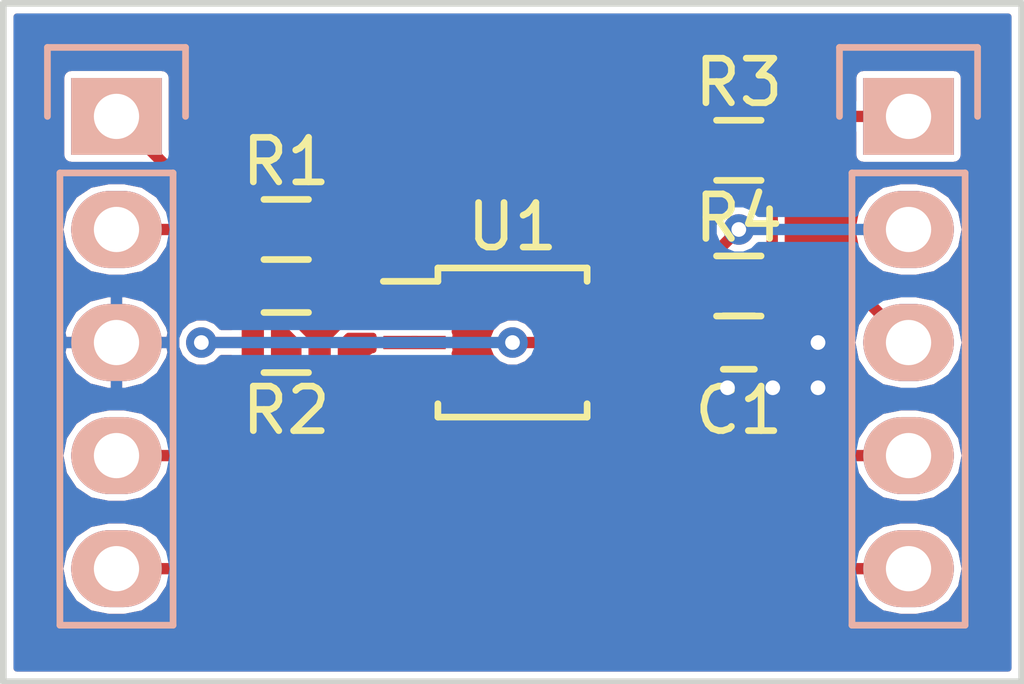
<source format=kicad_pcb>
(kicad_pcb (version 4) (host pcbnew 4.0.2-stable)

  (general
    (links 23)
    (no_connects 0)
    (area 133.369267 106.8526 161.270734 125.805001)
    (thickness 1.6)
    (drawings 4)
    (tracks 45)
    (zones 0)
    (modules 12)
    (nets 12)
  )

  (page A4)
  (title_block
    (title "ADS1015 Breakout Board")
    (date 2016-08-07)
    (rev 1)
  )

  (layers
    (0 F.Cu signal)
    (31 B.Cu signal)
    (34 B.Paste user)
    (35 F.Paste user)
    (36 B.SilkS user)
    (37 F.SilkS user)
    (38 B.Mask user)
    (39 F.Mask user)
    (44 Edge.Cuts user)
  )

  (setup
    (last_trace_width 0.1524)
    (user_trace_width 0.254)
    (user_trace_width 0.508)
    (trace_clearance 0.1524)
    (zone_clearance 0.1524)
    (zone_45_only no)
    (trace_min 0.1524)
    (segment_width 0.2)
    (edge_width 0.15)
    (via_size 0.6858)
    (via_drill 0.3302)
    (via_min_size 0.6858)
    (via_min_drill 0.3302)
    (uvia_size 0.6858)
    (uvia_drill 0.3302)
    (uvias_allowed no)
    (uvia_min_size 0)
    (uvia_min_drill 0)
    (pcb_text_width 0.3)
    (pcb_text_size 1.5 1.5)
    (mod_edge_width 0.15)
    (mod_text_size 1 1)
    (mod_text_width 0.15)
    (pad_size 0.6858 0.6858)
    (pad_drill 0.3302)
    (pad_to_mask_clearance 0.2)
    (aux_axis_origin 0 0)
    (visible_elements 7FFCFFFF)
    (pcbplotparams
      (layerselection 0x010fc_80000001)
      (usegerberextensions true)
      (excludeedgelayer true)
      (linewidth 0.100000)
      (plotframeref false)
      (viasonmask false)
      (mode 1)
      (useauxorigin false)
      (hpglpennumber 1)
      (hpglpenspeed 20)
      (hpglpendiameter 15)
      (hpglpenoverlay 2)
      (psnegative false)
      (psa4output false)
      (plotreference true)
      (plotvalue true)
      (plotinvisibletext false)
      (padsonsilk false)
      (subtractmaskfromsilk false)
      (outputformat 1)
      (mirror false)
      (drillshape 0)
      (scaleselection 1)
      (outputdirectory gerbers))
  )

  (net 0 "")
  (net 1 VDD)
  (net 2 GND)
  (net 3 /ADDR)
  (net 4 /ALERT)
  (net 5 /AIN0)
  (net 6 /AIN1)
  (net 7 /SCL)
  (net 8 /SDA)
  (net 9 /AIN3)
  (net 10 /AIN2)
  (net 11 "Net-(R1-Pad2)")

  (net_class Default "This is the default net class."
    (clearance 0.1524)
    (trace_width 0.1524)
    (via_dia 0.6858)
    (via_drill 0.3302)
    (uvia_dia 0.6858)
    (uvia_drill 0.3302)
    (add_net /ADDR)
    (add_net /AIN0)
    (add_net /AIN1)
    (add_net /AIN2)
    (add_net /AIN3)
    (add_net /ALERT)
    (add_net /SCL)
    (add_net /SDA)
    (add_net GND)
    (add_net "Net-(R1-Pad2)")
    (add_net VDD)
  )

  (module ADS1015_breakout:Via-27mil (layer F.Cu) (tedit 57A7D745) (tstamp 57A7D79E)
    (at 152.146 119.126)
    (fp_text reference REF** (at 0 1.27) (layer F.SilkS) hide
      (effects (font (size 1 1) (thickness 0.15)))
    )
    (fp_text value Via-27mil (at 0 -1.27) (layer F.Fab) hide
      (effects (font (size 1 1) (thickness 0.15)))
    )
    (pad 1 thru_hole circle (at 0 0) (size 0.6858 0.6858) (drill 0.3302) (layers *.Cu)
      (net 2 GND) (zone_connect 2))
  )

  (module Capacitors_SMD:C_0603 (layer F.Cu) (tedit 57A7C7A4) (tstamp 57AB7138)
    (at 152.4 118.11)
    (descr "Capacitor SMD 0603, reflow soldering, AVX (see smccp.pdf)")
    (tags "capacitor 0603")
    (path /57A6F199)
    (attr smd)
    (fp_text reference C1 (at 0 1.524) (layer F.SilkS)
      (effects (font (size 1 1) (thickness 0.15)))
    )
    (fp_text value 0.1u (at 0 1.9) (layer F.Fab)
      (effects (font (size 1 1) (thickness 0.15)))
    )
    (fp_line (start -1.45 -0.75) (end 1.45 -0.75) (layer F.CrtYd) (width 0.05))
    (fp_line (start -1.45 0.75) (end 1.45 0.75) (layer F.CrtYd) (width 0.05))
    (fp_line (start -1.45 -0.75) (end -1.45 0.75) (layer F.CrtYd) (width 0.05))
    (fp_line (start 1.45 -0.75) (end 1.45 0.75) (layer F.CrtYd) (width 0.05))
    (fp_line (start -0.35 -0.6) (end 0.35 -0.6) (layer F.SilkS) (width 0.15))
    (fp_line (start 0.35 0.6) (end -0.35 0.6) (layer F.SilkS) (width 0.15))
    (pad 1 smd rect (at -0.75 0) (size 0.8 0.75) (layers F.Cu F.Paste F.Mask)
      (net 1 VDD))
    (pad 2 smd rect (at 0.75 0) (size 0.8 0.75) (layers F.Cu F.Paste F.Mask)
      (net 2 GND))
    (model Capacitors_SMD.3dshapes/C_0603.wrl
      (at (xyz 0 0 0))
      (scale (xyz 1 1 1))
      (rotate (xyz 0 0 0))
    )
  )

  (module Pin_Headers:Pin_Header_Straight_1x05 (layer B.Cu) (tedit 57A7BD29) (tstamp 57AB714C)
    (at 138.43 113.03 180)
    (descr "Through hole pin header")
    (tags "pin header")
    (path /57A704AA)
    (fp_text reference P1 (at 0 5.1 180) (layer B.SilkS) hide
      (effects (font (size 1 1) (thickness 0.15)) (justify mirror))
    )
    (fp_text value CONN_01X05 (at 0 3.1 180) (layer B.Fab) hide
      (effects (font (size 1 1) (thickness 0.15)) (justify mirror))
    )
    (fp_line (start -1.55 0) (end -1.55 1.55) (layer B.SilkS) (width 0.15))
    (fp_line (start -1.55 1.55) (end 1.55 1.55) (layer B.SilkS) (width 0.15))
    (fp_line (start 1.55 1.55) (end 1.55 0) (layer B.SilkS) (width 0.15))
    (fp_line (start -1.75 1.75) (end -1.75 -11.95) (layer B.CrtYd) (width 0.05))
    (fp_line (start 1.75 1.75) (end 1.75 -11.95) (layer B.CrtYd) (width 0.05))
    (fp_line (start -1.75 1.75) (end 1.75 1.75) (layer B.CrtYd) (width 0.05))
    (fp_line (start -1.75 -11.95) (end 1.75 -11.95) (layer B.CrtYd) (width 0.05))
    (fp_line (start 1.27 -1.27) (end 1.27 -11.43) (layer B.SilkS) (width 0.15))
    (fp_line (start 1.27 -11.43) (end -1.27 -11.43) (layer B.SilkS) (width 0.15))
    (fp_line (start -1.27 -11.43) (end -1.27 -1.27) (layer B.SilkS) (width 0.15))
    (fp_line (start 1.27 -1.27) (end -1.27 -1.27) (layer B.SilkS) (width 0.15))
    (pad 1 thru_hole rect (at 0 0 180) (size 2.032 1.7272) (drill 1.016) (layers *.Cu *.Mask B.SilkS)
      (net 3 /ADDR))
    (pad 2 thru_hole oval (at 0 -2.54 180) (size 2.032 1.7272) (drill 1.016) (layers *.Cu *.Mask B.SilkS)
      (net 4 /ALERT))
    (pad 3 thru_hole oval (at 0 -5.08 180) (size 2.032 1.7272) (drill 1.016) (layers *.Cu *.Mask B.SilkS)
      (net 2 GND))
    (pad 4 thru_hole oval (at 0 -7.62 180) (size 2.032 1.7272) (drill 1.016) (layers *.Cu *.Mask B.SilkS)
      (net 5 /AIN0))
    (pad 5 thru_hole oval (at 0 -10.16 180) (size 2.032 1.7272) (drill 1.016) (layers *.Cu *.Mask B.SilkS)
      (net 6 /AIN1))
    (model Pin_Headers.3dshapes/Pin_Header_Straight_1x05.wrl
      (at (xyz 0 -0.2 0))
      (scale (xyz 1 1 1))
      (rotate (xyz 0 0 90))
    )
  )

  (module Pin_Headers:Pin_Header_Straight_1x05 (layer B.Cu) (tedit 57A7BD2B) (tstamp 57AB7160)
    (at 156.21 113.03 180)
    (descr "Through hole pin header")
    (tags "pin header")
    (path /57A70409)
    (fp_text reference P2 (at 0 5.1 180) (layer B.SilkS) hide
      (effects (font (size 1 1) (thickness 0.15)) (justify mirror))
    )
    (fp_text value CONN_01X05 (at 0 3.1 180) (layer B.Fab) hide
      (effects (font (size 1 1) (thickness 0.15)) (justify mirror))
    )
    (fp_line (start -1.55 0) (end -1.55 1.55) (layer B.SilkS) (width 0.15))
    (fp_line (start -1.55 1.55) (end 1.55 1.55) (layer B.SilkS) (width 0.15))
    (fp_line (start 1.55 1.55) (end 1.55 0) (layer B.SilkS) (width 0.15))
    (fp_line (start -1.75 1.75) (end -1.75 -11.95) (layer B.CrtYd) (width 0.05))
    (fp_line (start 1.75 1.75) (end 1.75 -11.95) (layer B.CrtYd) (width 0.05))
    (fp_line (start -1.75 1.75) (end 1.75 1.75) (layer B.CrtYd) (width 0.05))
    (fp_line (start -1.75 -11.95) (end 1.75 -11.95) (layer B.CrtYd) (width 0.05))
    (fp_line (start 1.27 -1.27) (end 1.27 -11.43) (layer B.SilkS) (width 0.15))
    (fp_line (start 1.27 -11.43) (end -1.27 -11.43) (layer B.SilkS) (width 0.15))
    (fp_line (start -1.27 -11.43) (end -1.27 -1.27) (layer B.SilkS) (width 0.15))
    (fp_line (start 1.27 -1.27) (end -1.27 -1.27) (layer B.SilkS) (width 0.15))
    (pad 1 thru_hole rect (at 0 0 180) (size 2.032 1.7272) (drill 1.016) (layers *.Cu *.Mask B.SilkS)
      (net 7 /SCL))
    (pad 2 thru_hole oval (at 0 -2.54 180) (size 2.032 1.7272) (drill 1.016) (layers *.Cu *.Mask B.SilkS)
      (net 8 /SDA))
    (pad 3 thru_hole oval (at 0 -5.08 180) (size 2.032 1.7272) (drill 1.016) (layers *.Cu *.Mask B.SilkS)
      (net 1 VDD))
    (pad 4 thru_hole oval (at 0 -7.62 180) (size 2.032 1.7272) (drill 1.016) (layers *.Cu *.Mask B.SilkS)
      (net 9 /AIN3))
    (pad 5 thru_hole oval (at 0 -10.16 180) (size 2.032 1.7272) (drill 1.016) (layers *.Cu *.Mask B.SilkS)
      (net 10 /AIN2))
    (model Pin_Headers.3dshapes/Pin_Header_Straight_1x05.wrl
      (at (xyz 0 -0.2 0))
      (scale (xyz 1 1 1))
      (rotate (xyz 0 0 90))
    )
  )

  (module Resistors_SMD:R_0603 (layer F.Cu) (tedit 57A7C74D) (tstamp 57AB716C)
    (at 142.24 115.57)
    (descr "Resistor SMD 0603, reflow soldering, Vishay (see dcrcw.pdf)")
    (tags "resistor 0603")
    (path /57A6E7A8)
    (attr smd)
    (fp_text reference R1 (at 0 -1.524) (layer F.SilkS)
      (effects (font (size 1 1) (thickness 0.15)))
    )
    (fp_text value 1k (at 0 1.9) (layer F.Fab)
      (effects (font (size 1 1) (thickness 0.15)))
    )
    (fp_line (start -1.3 -0.8) (end 1.3 -0.8) (layer F.CrtYd) (width 0.05))
    (fp_line (start -1.3 0.8) (end 1.3 0.8) (layer F.CrtYd) (width 0.05))
    (fp_line (start -1.3 -0.8) (end -1.3 0.8) (layer F.CrtYd) (width 0.05))
    (fp_line (start 1.3 -0.8) (end 1.3 0.8) (layer F.CrtYd) (width 0.05))
    (fp_line (start 0.5 0.675) (end -0.5 0.675) (layer F.SilkS) (width 0.15))
    (fp_line (start -0.5 -0.675) (end 0.5 -0.675) (layer F.SilkS) (width 0.15))
    (pad 1 smd rect (at -0.75 0) (size 0.5 0.9) (layers F.Cu F.Paste F.Mask)
      (net 3 /ADDR))
    (pad 2 smd rect (at 0.75 0) (size 0.5 0.9) (layers F.Cu F.Paste F.Mask)
      (net 11 "Net-(R1-Pad2)"))
    (model Resistors_SMD.3dshapes/R_0603.wrl
      (at (xyz 0 0 0))
      (scale (xyz 1 1 1))
      (rotate (xyz 0 0 0))
    )
  )

  (module Resistors_SMD:R_0603 (layer F.Cu) (tedit 57A7C7B0) (tstamp 57AB7178)
    (at 142.24 118.11)
    (descr "Resistor SMD 0603, reflow soldering, Vishay (see dcrcw.pdf)")
    (tags "resistor 0603")
    (path /57A6E753)
    (attr smd)
    (fp_text reference R2 (at 0 1.524) (layer F.SilkS)
      (effects (font (size 1 1) (thickness 0.15)))
    )
    (fp_text value 1k (at 0 1.9) (layer F.Fab)
      (effects (font (size 1 1) (thickness 0.15)))
    )
    (fp_line (start -1.3 -0.8) (end 1.3 -0.8) (layer F.CrtYd) (width 0.05))
    (fp_line (start -1.3 0.8) (end 1.3 0.8) (layer F.CrtYd) (width 0.05))
    (fp_line (start -1.3 -0.8) (end -1.3 0.8) (layer F.CrtYd) (width 0.05))
    (fp_line (start 1.3 -0.8) (end 1.3 0.8) (layer F.CrtYd) (width 0.05))
    (fp_line (start 0.5 0.675) (end -0.5 0.675) (layer F.SilkS) (width 0.15))
    (fp_line (start -0.5 -0.675) (end 0.5 -0.675) (layer F.SilkS) (width 0.15))
    (pad 1 smd rect (at -0.75 0) (size 0.5 0.9) (layers F.Cu F.Paste F.Mask)
      (net 1 VDD))
    (pad 2 smd rect (at 0.75 0) (size 0.5 0.9) (layers F.Cu F.Paste F.Mask)
      (net 4 /ALERT))
    (model Resistors_SMD.3dshapes/R_0603.wrl
      (at (xyz 0 0 0))
      (scale (xyz 1 1 1))
      (rotate (xyz 0 0 0))
    )
  )

  (module Resistors_SMD:R_0603 (layer F.Cu) (tedit 57A7C7AA) (tstamp 57AB7184)
    (at 152.4 113.792)
    (descr "Resistor SMD 0603, reflow soldering, Vishay (see dcrcw.pdf)")
    (tags "resistor 0603")
    (path /57A6E552)
    (attr smd)
    (fp_text reference R3 (at 0 -1.524) (layer F.SilkS)
      (effects (font (size 1 1) (thickness 0.15)))
    )
    (fp_text value 1k (at 0 1.9) (layer F.Fab)
      (effects (font (size 1 1) (thickness 0.15)))
    )
    (fp_line (start -1.3 -0.8) (end 1.3 -0.8) (layer F.CrtYd) (width 0.05))
    (fp_line (start -1.3 0.8) (end 1.3 0.8) (layer F.CrtYd) (width 0.05))
    (fp_line (start -1.3 -0.8) (end -1.3 0.8) (layer F.CrtYd) (width 0.05))
    (fp_line (start 1.3 -0.8) (end 1.3 0.8) (layer F.CrtYd) (width 0.05))
    (fp_line (start 0.5 0.675) (end -0.5 0.675) (layer F.SilkS) (width 0.15))
    (fp_line (start -0.5 -0.675) (end 0.5 -0.675) (layer F.SilkS) (width 0.15))
    (pad 1 smd rect (at -0.75 0) (size 0.5 0.9) (layers F.Cu F.Paste F.Mask)
      (net 7 /SCL))
    (pad 2 smd rect (at 0.75 0) (size 0.5 0.9) (layers F.Cu F.Paste F.Mask)
      (net 1 VDD))
    (model Resistors_SMD.3dshapes/R_0603.wrl
      (at (xyz 0 0 0))
      (scale (xyz 1 1 1))
      (rotate (xyz 0 0 0))
    )
  )

  (module Resistors_SMD:R_0603 (layer F.Cu) (tedit 57A7C792) (tstamp 57AB7190)
    (at 152.4 116.84)
    (descr "Resistor SMD 0603, reflow soldering, Vishay (see dcrcw.pdf)")
    (tags "resistor 0603")
    (path /57A6E5EB)
    (attr smd)
    (fp_text reference R4 (at 0 -1.524) (layer F.SilkS)
      (effects (font (size 1 1) (thickness 0.15)))
    )
    (fp_text value 1k (at 0 1.9) (layer F.Fab)
      (effects (font (size 1 1) (thickness 0.15)))
    )
    (fp_line (start -1.3 -0.8) (end 1.3 -0.8) (layer F.CrtYd) (width 0.05))
    (fp_line (start -1.3 0.8) (end 1.3 0.8) (layer F.CrtYd) (width 0.05))
    (fp_line (start -1.3 -0.8) (end -1.3 0.8) (layer F.CrtYd) (width 0.05))
    (fp_line (start 1.3 -0.8) (end 1.3 0.8) (layer F.CrtYd) (width 0.05))
    (fp_line (start 0.5 0.675) (end -0.5 0.675) (layer F.SilkS) (width 0.15))
    (fp_line (start -0.5 -0.675) (end 0.5 -0.675) (layer F.SilkS) (width 0.15))
    (pad 1 smd rect (at -0.75 0) (size 0.5 0.9) (layers F.Cu F.Paste F.Mask)
      (net 8 /SDA))
    (pad 2 smd rect (at 0.75 0) (size 0.5 0.9) (layers F.Cu F.Paste F.Mask)
      (net 1 VDD))
    (model Resistors_SMD.3dshapes/R_0603.wrl
      (at (xyz 0 0 0))
      (scale (xyz 1 1 1))
      (rotate (xyz 0 0 0))
    )
  )

  (module Housings_SSOP:MSOP-10_3x3mm_Pitch0.5mm (layer F.Cu) (tedit 54130A77) (tstamp 57AB71A9)
    (at 147.32 118.11)
    (descr "10-Lead Plastic Micro Small Outline Package (MS) [MSOP] (see Microchip Packaging Specification 00000049BS.pdf)")
    (tags "SSOP 0.5")
    (path /57A6E041)
    (attr smd)
    (fp_text reference U1 (at 0 -2.6) (layer F.SilkS)
      (effects (font (size 1 1) (thickness 0.15)))
    )
    (fp_text value ADS1015 (at 0 2.6) (layer F.Fab)
      (effects (font (size 1 1) (thickness 0.15)))
    )
    (fp_line (start -3.15 -1.85) (end -3.15 1.85) (layer F.CrtYd) (width 0.05))
    (fp_line (start 3.15 -1.85) (end 3.15 1.85) (layer F.CrtYd) (width 0.05))
    (fp_line (start -3.15 -1.85) (end 3.15 -1.85) (layer F.CrtYd) (width 0.05))
    (fp_line (start -3.15 1.85) (end 3.15 1.85) (layer F.CrtYd) (width 0.05))
    (fp_line (start -1.675 -1.675) (end -1.675 -1.375) (layer F.SilkS) (width 0.15))
    (fp_line (start 1.675 -1.675) (end 1.675 -1.375) (layer F.SilkS) (width 0.15))
    (fp_line (start 1.675 1.675) (end 1.675 1.375) (layer F.SilkS) (width 0.15))
    (fp_line (start -1.675 1.675) (end -1.675 1.375) (layer F.SilkS) (width 0.15))
    (fp_line (start -1.675 -1.675) (end 1.675 -1.675) (layer F.SilkS) (width 0.15))
    (fp_line (start -1.675 1.675) (end 1.675 1.675) (layer F.SilkS) (width 0.15))
    (fp_line (start -1.675 -1.375) (end -2.9 -1.375) (layer F.SilkS) (width 0.15))
    (pad 1 smd rect (at -2.2 -1) (size 1.4 0.3) (layers F.Cu F.Paste F.Mask)
      (net 11 "Net-(R1-Pad2)"))
    (pad 2 smd rect (at -2.2 -0.5) (size 1.4 0.3) (layers F.Cu F.Paste F.Mask)
      (net 4 /ALERT))
    (pad 3 smd rect (at -2.2 0) (size 1.4 0.3) (layers F.Cu F.Paste F.Mask)
      (net 2 GND))
    (pad 4 smd rect (at -2.2 0.5) (size 1.4 0.3) (layers F.Cu F.Paste F.Mask)
      (net 5 /AIN0))
    (pad 5 smd rect (at -2.2 1) (size 1.4 0.3) (layers F.Cu F.Paste F.Mask)
      (net 6 /AIN1))
    (pad 6 smd rect (at 2.2 1) (size 1.4 0.3) (layers F.Cu F.Paste F.Mask)
      (net 10 /AIN2))
    (pad 7 smd rect (at 2.2 0.5) (size 1.4 0.3) (layers F.Cu F.Paste F.Mask)
      (net 9 /AIN3))
    (pad 8 smd rect (at 2.2 0) (size 1.4 0.3) (layers F.Cu F.Paste F.Mask)
      (net 1 VDD))
    (pad 9 smd rect (at 2.2 -0.5) (size 1.4 0.3) (layers F.Cu F.Paste F.Mask)
      (net 8 /SDA))
    (pad 10 smd rect (at 2.2 -1) (size 1.4 0.3) (layers F.Cu F.Paste F.Mask)
      (net 7 /SCL))
    (model Housings_SSOP.3dshapes/MSOP-10_3x3mm_Pitch0.5mm.wrl
      (at (xyz 0 0 0))
      (scale (xyz 1 1 1))
      (rotate (xyz 0 0 0))
    )
  )

  (module ADS1015_breakout:Via-27mil (layer F.Cu) (tedit 57A7D755) (tstamp 57A7D729)
    (at 154.178 119.126)
    (fp_text reference REF** (at 0 1.27) (layer F.SilkS) hide
      (effects (font (size 1 1) (thickness 0.15)))
    )
    (fp_text value Via-27mil (at 0 -1.27) (layer F.Fab) hide
      (effects (font (size 1 1) (thickness 0.15)))
    )
    (pad 1 thru_hole circle (at 0 0) (size 0.6858 0.6858) (drill 0.3302) (layers *.Cu)
      (net 2 GND) (zone_connect 2))
  )

  (module ADS1015_breakout:Via-27mil (layer F.Cu) (tedit 57A7D75B) (tstamp 57A7D732)
    (at 154.178 118.11)
    (fp_text reference REF** (at 0 1.27) (layer F.SilkS) hide
      (effects (font (size 1 1) (thickness 0.15)))
    )
    (fp_text value Via-27mil (at 0 -1.27) (layer F.Fab) hide
      (effects (font (size 1 1) (thickness 0.15)))
    )
    (pad 1 thru_hole circle (at 0 0) (size 0.6858 0.6858) (drill 0.3302) (layers *.Cu)
      (net 2 GND) (zone_connect 2))
  )

  (module ADS1015_breakout:Via-27mil (layer F.Cu) (tedit 57A7D745) (tstamp 57A7D73B)
    (at 153.162 119.126)
    (fp_text reference REF** (at 0 1.27) (layer F.SilkS) hide
      (effects (font (size 1 1) (thickness 0.15)))
    )
    (fp_text value Via-27mil (at 0 -1.27) (layer F.Fab) hide
      (effects (font (size 1 1) (thickness 0.15)))
    )
    (pad 1 thru_hole circle (at 0 0) (size 0.6858 0.6858) (drill 0.3302) (layers *.Cu)
      (net 2 GND) (zone_connect 2))
  )

  (gr_line (start 135.89 125.73) (end 135.89 110.49) (angle 90) (layer Edge.Cuts) (width 0.15))
  (gr_line (start 158.75 125.73) (end 135.89 125.73) (angle 90) (layer Edge.Cuts) (width 0.15))
  (gr_line (start 158.75 110.49) (end 158.75 125.73) (angle 90) (layer Edge.Cuts) (width 0.15))
  (gr_line (start 135.89 110.49) (end 158.75 110.49) (angle 90) (layer Edge.Cuts) (width 0.15))

  (segment (start 149.52 118.11) (end 147.32 118.11) (width 0.254) (layer F.Cu) (net 1))
  (segment (start 140.335 118.11) (end 141.49 118.11) (width 0.254) (layer F.Cu) (net 1) (tstamp 57AB7482))
  (via (at 140.335 118.11) (size 0.6858) (drill 0.3302) (layers F.Cu B.Cu) (net 1))
  (segment (start 147.32 118.11) (end 140.335 118.11) (width 0.254) (layer B.Cu) (net 1) (tstamp 57AB747F))
  (via (at 147.32 118.11) (size 0.6858) (drill 0.3302) (layers F.Cu B.Cu) (net 1))
  (segment (start 153.15 116.84) (end 154.94 116.84) (width 0.254) (layer F.Cu) (net 1))
  (segment (start 154.94 116.84) (end 156.21 118.11) (width 0.254) (layer F.Cu) (net 1) (tstamp 57AB7426) (status 20))
  (segment (start 153.15 116.84) (end 153.15 113.792) (width 0.254) (layer F.Cu) (net 1) (status 20))
  (segment (start 151.65 118.11) (end 151.88 118.11) (width 0.254) (layer F.Cu) (net 1))
  (segment (start 151.88 118.11) (end 153.15 116.84) (width 0.254) (layer F.Cu) (net 1) (tstamp 57AB7421))
  (segment (start 149.52 118.11) (end 151.65 118.11) (width 0.254) (layer F.Cu) (net 1))
  (segment (start 141.49 115.57) (end 140.97 115.57) (width 0.254) (layer F.Cu) (net 3))
  (segment (start 140.97 115.57) (end 138.43 113.03) (width 0.254) (layer F.Cu) (net 3) (tstamp 57AB743C))
  (segment (start 145.12 117.61) (end 143.49 117.61) (width 0.254) (layer F.Cu) (net 4))
  (segment (start 143.49 117.61) (end 142.99 118.11) (width 0.254) (layer F.Cu) (net 4) (tstamp 57AB7454))
  (segment (start 138.43 115.57) (end 139.7 115.57) (width 0.254) (layer F.Cu) (net 4))
  (segment (start 141.72 116.84) (end 142.99 118.11) (width 0.254) (layer F.Cu) (net 4) (tstamp 57AB7451))
  (segment (start 140.97 116.84) (end 141.72 116.84) (width 0.254) (layer F.Cu) (net 4) (tstamp 57AB744F))
  (segment (start 139.7 115.57) (end 140.97 116.84) (width 0.254) (layer F.Cu) (net 4) (tstamp 57AB744D))
  (segment (start 145.12 118.61) (end 144.28 118.61) (width 0.254) (layer F.Cu) (net 5))
  (segment (start 142.24 120.65) (end 138.43 120.65) (width 0.254) (layer F.Cu) (net 5) (tstamp 57AB7459))
  (segment (start 144.28 118.61) (end 142.24 120.65) (width 0.254) (layer F.Cu) (net 5) (tstamp 57AB7458))
  (segment (start 145.12 119.11) (end 145.05 119.11) (width 0.254) (layer F.Cu) (net 6))
  (segment (start 145.05 119.11) (end 140.97 123.19) (width 0.254) (layer F.Cu) (net 6) (tstamp 57AB745D))
  (segment (start 140.97 123.19) (end 138.43 123.19) (width 0.254) (layer F.Cu) (net 6) (tstamp 57AB745E))
  (segment (start 151.65 113.792) (end 151.65 113.78) (width 0.254) (layer F.Cu) (net 7) (status 10))
  (segment (start 151.65 113.78) (end 152.4 113.03) (width 0.254) (layer F.Cu) (net 7) (tstamp 57AB7432))
  (segment (start 152.4 113.03) (end 156.21 113.03) (width 0.254) (layer F.Cu) (net 7) (tstamp 57AB7433) (status 20))
  (segment (start 149.52 117.11) (end 149.52 116.43) (width 0.254) (layer F.Cu) (net 7))
  (segment (start 149.52 116.43) (end 151.65 113.792) (width 0.254) (layer F.Cu) (net 7) (tstamp 57AB742F) (status 20))
  (segment (start 151.65 116.84) (end 151.65 116.32) (width 0.254) (layer F.Cu) (net 8))
  (segment (start 152.4 115.57) (end 156.21 115.57) (width 0.254) (layer B.Cu) (net 8) (tstamp 57AB7439) (status 20))
  (via (at 152.4 115.57) (size 0.6858) (drill 0.3302) (layers F.Cu B.Cu) (net 8))
  (segment (start 151.65 116.32) (end 152.4 115.57) (width 0.254) (layer F.Cu) (net 8) (tstamp 57AB7436))
  (segment (start 149.52 117.61) (end 150.36 117.61) (width 0.254) (layer F.Cu) (net 8))
  (segment (start 151.13 116.84) (end 151.65 116.84) (width 0.254) (layer F.Cu) (net 8) (tstamp 57AB742B))
  (segment (start 150.36 117.61) (end 151.13 116.84) (width 0.254) (layer F.Cu) (net 8) (tstamp 57AB742A))
  (segment (start 149.52 118.61) (end 150.36 118.61) (width 0.254) (layer F.Cu) (net 9))
  (segment (start 152.4 120.65) (end 156.21 120.65) (width 0.254) (layer F.Cu) (net 9) (tstamp 57AB7416) (status 20))
  (segment (start 150.36 118.61) (end 152.4 120.65) (width 0.254) (layer F.Cu) (net 9) (tstamp 57AB7415))
  (segment (start 149.52 119.11) (end 149.59 119.11) (width 0.254) (layer F.Cu) (net 10))
  (segment (start 149.59 119.11) (end 153.67 123.19) (width 0.254) (layer F.Cu) (net 10) (tstamp 57AB741A))
  (segment (start 153.67 123.19) (end 156.21 123.19) (width 0.254) (layer F.Cu) (net 10) (tstamp 57AB741B) (status 20))
  (segment (start 144.53 117.11) (end 142.99 115.57) (width 0.254) (layer F.Cu) (net 11) (tstamp 57AB7463))
  (segment (start 145.12 117.11) (end 144.53 117.11) (width 0.254) (layer F.Cu) (net 11))

  (zone (net 2) (net_name GND) (layer F.Cu) (tstamp 57AB74A1) (hatch edge 0.508)
    (connect_pads (clearance 0.1524))
    (min_thickness 0.1524)
    (fill yes (arc_segments 16) (thermal_gap 0.1524) (thermal_bridge_width 0.254) (smoothing fillet))
    (polygon
      (pts
        (xy 158.75 125.73) (xy 135.89 125.73) (xy 135.89 110.49) (xy 158.75 110.49) (xy 158.75 125.73)
      )
    )
    (filled_polygon
      (pts
        (xy 158.4464 125.4264) (xy 136.1936 125.4264) (xy 136.1936 120.65) (xy 137.161017 120.65) (xy 137.244156 121.067967)
        (xy 137.480915 121.422302) (xy 137.83525 121.659061) (xy 138.253217 121.7422) (xy 138.606783 121.7422) (xy 139.02475 121.659061)
        (xy 139.379085 121.422302) (xy 139.615844 121.067967) (xy 139.62825 121.0056) (xy 142.24 121.0056) (xy 142.376083 120.978532)
        (xy 142.491447 120.901447) (xy 144.186922 119.205972) (xy 144.186922 119.26) (xy 144.202862 119.344714) (xy 144.245747 119.411359)
        (xy 140.822706 122.8344) (xy 139.62825 122.8344) (xy 139.615844 122.772033) (xy 139.379085 122.417698) (xy 139.02475 122.180939)
        (xy 138.606783 122.0978) (xy 138.253217 122.0978) (xy 137.83525 122.180939) (xy 137.480915 122.417698) (xy 137.244156 122.772033)
        (xy 137.161017 123.19) (xy 137.244156 123.607967) (xy 137.480915 123.962302) (xy 137.83525 124.199061) (xy 138.253217 124.2822)
        (xy 138.606783 124.2822) (xy 139.02475 124.199061) (xy 139.379085 123.962302) (xy 139.615844 123.607967) (xy 139.62825 123.5456)
        (xy 140.97 123.5456) (xy 141.106083 123.518532) (xy 141.221447 123.441447) (xy 145.169816 119.493078) (xy 145.82 119.493078)
        (xy 145.904714 119.477138) (xy 145.982518 119.427072) (xy 146.034715 119.35068) (xy 146.053078 119.26) (xy 146.053078 118.96)
        (xy 146.037138 118.875286) (xy 146.027809 118.860788) (xy 146.034715 118.85068) (xy 146.053078 118.76) (xy 146.053078 118.46)
        (xy 146.037138 118.375286) (xy 146.026518 118.358782) (xy 146.0486 118.305472) (xy 146.0486 118.22318) (xy 146.748401 118.22318)
        (xy 146.835224 118.433306) (xy 146.995849 118.594211) (xy 147.205823 118.6814) (xy 147.43318 118.681599) (xy 147.643306 118.594776)
        (xy 147.772707 118.4656) (xy 148.586922 118.4656) (xy 148.586922 118.76) (xy 148.602862 118.844714) (xy 148.612191 118.859212)
        (xy 148.605285 118.86932) (xy 148.586922 118.96) (xy 148.586922 119.26) (xy 148.602862 119.344714) (xy 148.652928 119.422518)
        (xy 148.72932 119.474715) (xy 148.82 119.493078) (xy 149.470184 119.493078) (xy 153.418553 123.441447) (xy 153.533918 123.518532)
        (xy 153.67 123.5456) (xy 155.01175 123.5456) (xy 155.024156 123.607967) (xy 155.260915 123.962302) (xy 155.61525 124.199061)
        (xy 156.033217 124.2822) (xy 156.386783 124.2822) (xy 156.80475 124.199061) (xy 157.159085 123.962302) (xy 157.395844 123.607967)
        (xy 157.478983 123.19) (xy 157.395844 122.772033) (xy 157.159085 122.417698) (xy 156.80475 122.180939) (xy 156.386783 122.0978)
        (xy 156.033217 122.0978) (xy 155.61525 122.180939) (xy 155.260915 122.417698) (xy 155.024156 122.772033) (xy 155.01175 122.8344)
        (xy 153.817294 122.8344) (xy 150.39366 119.410766) (xy 150.434715 119.35068) (xy 150.453078 119.26) (xy 150.453078 119.205972)
        (xy 152.148553 120.901447) (xy 152.263918 120.978532) (xy 152.4 121.0056) (xy 155.01175 121.0056) (xy 155.024156 121.067967)
        (xy 155.260915 121.422302) (xy 155.61525 121.659061) (xy 156.033217 121.7422) (xy 156.386783 121.7422) (xy 156.80475 121.659061)
        (xy 157.159085 121.422302) (xy 157.395844 121.067967) (xy 157.478983 120.65) (xy 157.395844 120.232033) (xy 157.159085 119.877698)
        (xy 156.80475 119.640939) (xy 156.386783 119.5578) (xy 156.033217 119.5578) (xy 155.61525 119.640939) (xy 155.260915 119.877698)
        (xy 155.024156 120.232033) (xy 155.01175 120.2944) (xy 152.547294 120.2944) (xy 150.718494 118.4656) (xy 151.016922 118.4656)
        (xy 151.016922 118.485) (xy 151.032862 118.569714) (xy 151.082928 118.647518) (xy 151.15932 118.699715) (xy 151.25 118.718078)
        (xy 152.05 118.718078) (xy 152.134714 118.702138) (xy 152.212518 118.652072) (xy 152.264715 118.57568) (xy 152.283078 118.485)
        (xy 152.283078 118.21795) (xy 152.5214 118.21795) (xy 152.5214 118.530472) (xy 152.556203 118.614492) (xy 152.620509 118.678798)
        (xy 152.704529 118.7136) (xy 153.04205 118.7136) (xy 153.0992 118.65645) (xy 153.0992 118.1608) (xy 153.2008 118.1608)
        (xy 153.2008 118.65645) (xy 153.25795 118.7136) (xy 153.595471 118.7136) (xy 153.679491 118.678798) (xy 153.743797 118.614492)
        (xy 153.7786 118.530472) (xy 153.7786 118.21795) (xy 153.72145 118.1608) (xy 153.2008 118.1608) (xy 153.0992 118.1608)
        (xy 152.57855 118.1608) (xy 152.5214 118.21795) (xy 152.283078 118.21795) (xy 152.283078 118.209816) (xy 152.5214 117.971494)
        (xy 152.5214 118.00205) (xy 152.57855 118.0592) (xy 153.0992 118.0592) (xy 153.0992 118.0392) (xy 153.2008 118.0392)
        (xy 153.2008 118.0592) (xy 153.72145 118.0592) (xy 153.7786 118.00205) (xy 153.7786 117.689528) (xy 153.743797 117.605508)
        (xy 153.679491 117.541202) (xy 153.595471 117.5064) (xy 153.485861 117.5064) (xy 153.562518 117.457072) (xy 153.614715 117.38068)
        (xy 153.633078 117.29) (xy 153.633078 117.1956) (xy 154.792706 117.1956) (xy 155.130293 117.533187) (xy 155.024156 117.692033)
        (xy 154.941017 118.11) (xy 155.024156 118.527967) (xy 155.260915 118.882302) (xy 155.61525 119.119061) (xy 156.033217 119.2022)
        (xy 156.386783 119.2022) (xy 156.80475 119.119061) (xy 157.159085 118.882302) (xy 157.395844 118.527967) (xy 157.478983 118.11)
        (xy 157.395844 117.692033) (xy 157.159085 117.337698) (xy 156.80475 117.100939) (xy 156.386783 117.0178) (xy 156.033217 117.0178)
        (xy 155.689136 117.086242) (xy 155.191447 116.588553) (xy 155.076083 116.511468) (xy 154.94 116.4844) (xy 153.633078 116.4844)
        (xy 153.633078 116.39) (xy 153.617138 116.305286) (xy 153.567072 116.227482) (xy 153.5056 116.18548) (xy 153.5056 115.57)
        (xy 154.941017 115.57) (xy 155.024156 115.987967) (xy 155.260915 116.342302) (xy 155.61525 116.579061) (xy 156.033217 116.6622)
        (xy 156.386783 116.6622) (xy 156.80475 116.579061) (xy 157.159085 116.342302) (xy 157.395844 115.987967) (xy 157.478983 115.57)
        (xy 157.395844 115.152033) (xy 157.159085 114.797698) (xy 156.80475 114.560939) (xy 156.386783 114.4778) (xy 156.033217 114.4778)
        (xy 155.61525 114.560939) (xy 155.260915 114.797698) (xy 155.024156 115.152033) (xy 154.941017 115.57) (xy 153.5056 115.57)
        (xy 153.5056 114.445698) (xy 153.562518 114.409072) (xy 153.614715 114.33268) (xy 153.633078 114.242) (xy 153.633078 113.3856)
        (xy 154.960922 113.3856) (xy 154.960922 113.8936) (xy 154.976862 113.978314) (xy 155.026928 114.056118) (xy 155.10332 114.108315)
        (xy 155.194 114.126678) (xy 157.226 114.126678) (xy 157.310714 114.110738) (xy 157.388518 114.060672) (xy 157.440715 113.98428)
        (xy 157.459078 113.8936) (xy 157.459078 112.1664) (xy 157.443138 112.081686) (xy 157.393072 112.003882) (xy 157.31668 111.951685)
        (xy 157.226 111.933322) (xy 155.194 111.933322) (xy 155.109286 111.949262) (xy 155.031482 111.999328) (xy 154.979285 112.07572)
        (xy 154.960922 112.1664) (xy 154.960922 112.6744) (xy 152.4 112.6744) (xy 152.263917 112.701468) (xy 152.148553 112.778553)
        (xy 151.818184 113.108922) (xy 151.4 113.108922) (xy 151.315286 113.124862) (xy 151.237482 113.174928) (xy 151.185285 113.25132)
        (xy 151.166922 113.342) (xy 151.166922 113.824242) (xy 149.243329 116.206607) (xy 149.219718 116.25164) (xy 149.191468 116.293918)
        (xy 149.18775 116.31261) (xy 149.1789 116.329489) (xy 149.17432 116.380128) (xy 149.1644 116.43) (xy 149.1644 116.726922)
        (xy 148.82 116.726922) (xy 148.735286 116.742862) (xy 148.657482 116.792928) (xy 148.605285 116.86932) (xy 148.586922 116.96)
        (xy 148.586922 117.26) (xy 148.602862 117.344714) (xy 148.612191 117.359212) (xy 148.605285 117.36932) (xy 148.586922 117.46)
        (xy 148.586922 117.7544) (xy 147.772538 117.7544) (xy 147.644151 117.625789) (xy 147.434177 117.5386) (xy 147.20682 117.538401)
        (xy 146.996694 117.625224) (xy 146.835789 117.785849) (xy 146.7486 117.995823) (xy 146.748401 118.22318) (xy 146.0486 118.22318)
        (xy 146.0486 118.21795) (xy 145.99145 118.1608) (xy 145.1708 118.1608) (xy 145.1708 118.1808) (xy 145.0692 118.1808)
        (xy 145.0692 118.1608) (xy 144.24855 118.1608) (xy 144.1914 118.21795) (xy 144.1914 118.272023) (xy 144.143918 118.281468)
        (xy 144.028553 118.358553) (xy 142.092706 120.2944) (xy 139.62825 120.2944) (xy 139.615844 120.232033) (xy 139.379085 119.877698)
        (xy 139.02475 119.640939) (xy 138.606783 119.5578) (xy 138.253217 119.5578) (xy 137.83525 119.640939) (xy 137.480915 119.877698)
        (xy 137.244156 120.232033) (xy 137.161017 120.65) (xy 136.1936 120.65) (xy 136.1936 118.330847) (xy 137.207961 118.330847)
        (xy 137.249099 118.481034) (xy 137.469377 118.846381) (xy 137.8127 119.099621) (xy 138.2268 119.2022) (xy 138.3792 119.2022)
        (xy 138.3792 118.1608) (xy 138.4808 118.1608) (xy 138.4808 119.2022) (xy 138.6332 119.2022) (xy 139.0473 119.099621)
        (xy 139.390623 118.846381) (xy 139.610901 118.481034) (xy 139.652039 118.330847) (xy 139.616203 118.1608) (xy 138.4808 118.1608)
        (xy 138.3792 118.1608) (xy 137.243797 118.1608) (xy 137.207961 118.330847) (xy 136.1936 118.330847) (xy 136.1936 117.889153)
        (xy 137.207961 117.889153) (xy 137.243797 118.0592) (xy 138.3792 118.0592) (xy 138.3792 117.0178) (xy 138.4808 117.0178)
        (xy 138.4808 118.0592) (xy 139.616203 118.0592) (xy 139.652039 117.889153) (xy 139.610901 117.738966) (xy 139.390623 117.373619)
        (xy 139.0473 117.120379) (xy 138.6332 117.0178) (xy 138.4808 117.0178) (xy 138.3792 117.0178) (xy 138.2268 117.0178)
        (xy 137.8127 117.120379) (xy 137.469377 117.373619) (xy 137.249099 117.738966) (xy 137.207961 117.889153) (xy 136.1936 117.889153)
        (xy 136.1936 115.57) (xy 137.161017 115.57) (xy 137.244156 115.987967) (xy 137.480915 116.342302) (xy 137.83525 116.579061)
        (xy 138.253217 116.6622) (xy 138.606783 116.6622) (xy 139.02475 116.579061) (xy 139.379085 116.342302) (xy 139.615535 115.988429)
        (xy 140.718553 117.091447) (xy 140.833917 117.168532) (xy 140.97 117.1956) (xy 141.572706 117.1956) (xy 141.820286 117.44318)
        (xy 141.74 117.426922) (xy 141.24 117.426922) (xy 141.155286 117.442862) (xy 141.077482 117.492928) (xy 141.025285 117.56932)
        (xy 141.006922 117.66) (xy 141.006922 117.7544) (xy 140.787538 117.7544) (xy 140.659151 117.625789) (xy 140.449177 117.5386)
        (xy 140.22182 117.538401) (xy 140.011694 117.625224) (xy 139.850789 117.785849) (xy 139.7636 117.995823) (xy 139.763401 118.22318)
        (xy 139.850224 118.433306) (xy 140.010849 118.594211) (xy 140.220823 118.6814) (xy 140.44818 118.681599) (xy 140.658306 118.594776)
        (xy 140.787707 118.4656) (xy 141.006922 118.4656) (xy 141.006922 118.56) (xy 141.022862 118.644714) (xy 141.072928 118.722518)
        (xy 141.14932 118.774715) (xy 141.24 118.793078) (xy 141.74 118.793078) (xy 141.824714 118.777138) (xy 141.902518 118.727072)
        (xy 141.954715 118.65068) (xy 141.973078 118.56) (xy 141.973078 117.66) (xy 141.958238 117.581132) (xy 142.506922 118.129816)
        (xy 142.506922 118.56) (xy 142.522862 118.644714) (xy 142.572928 118.722518) (xy 142.64932 118.774715) (xy 142.74 118.793078)
        (xy 143.24 118.793078) (xy 143.324714 118.777138) (xy 143.402518 118.727072) (xy 143.454715 118.65068) (xy 143.473078 118.56)
        (xy 143.473078 118.129816) (xy 143.637294 117.9656) (xy 144.1914 117.9656) (xy 144.1914 118.00205) (xy 144.24855 118.0592)
        (xy 145.0692 118.0592) (xy 145.0692 118.0392) (xy 145.1708 118.0392) (xy 145.1708 118.0592) (xy 145.99145 118.0592)
        (xy 146.0486 118.00205) (xy 146.0486 117.914528) (xy 146.026894 117.862126) (xy 146.034715 117.85068) (xy 146.053078 117.76)
        (xy 146.053078 117.46) (xy 146.037138 117.375286) (xy 146.027809 117.360788) (xy 146.034715 117.35068) (xy 146.053078 117.26)
        (xy 146.053078 116.96) (xy 146.037138 116.875286) (xy 145.987072 116.797482) (xy 145.91068 116.745285) (xy 145.82 116.726922)
        (xy 144.649816 116.726922) (xy 143.473078 115.550184) (xy 143.473078 115.12) (xy 143.457138 115.035286) (xy 143.407072 114.957482)
        (xy 143.33068 114.905285) (xy 143.24 114.886922) (xy 142.74 114.886922) (xy 142.655286 114.902862) (xy 142.577482 114.952928)
        (xy 142.525285 115.02932) (xy 142.506922 115.12) (xy 142.506922 116.02) (xy 142.522862 116.104714) (xy 142.572928 116.182518)
        (xy 142.64932 116.234715) (xy 142.74 116.253078) (xy 143.170184 116.253078) (xy 144.171506 117.2544) (xy 143.49 117.2544)
        (xy 143.353917 117.281468) (xy 143.238553 117.358553) (xy 143.170184 117.426922) (xy 142.809816 117.426922) (xy 141.971447 116.588553)
        (xy 141.856083 116.511468) (xy 141.72 116.4844) (xy 141.117294 116.4844) (xy 139.951447 115.318553) (xy 139.836083 115.241468)
        (xy 139.7 115.2144) (xy 139.62825 115.2144) (xy 139.615844 115.152033) (xy 139.379085 114.797698) (xy 139.02475 114.560939)
        (xy 138.606783 114.4778) (xy 138.253217 114.4778) (xy 137.83525 114.560939) (xy 137.480915 114.797698) (xy 137.244156 115.152033)
        (xy 137.161017 115.57) (xy 136.1936 115.57) (xy 136.1936 112.1664) (xy 137.180922 112.1664) (xy 137.180922 113.8936)
        (xy 137.196862 113.978314) (xy 137.246928 114.056118) (xy 137.32332 114.108315) (xy 137.414 114.126678) (xy 139.023784 114.126678)
        (xy 140.718553 115.821447) (xy 140.833918 115.898532) (xy 140.97 115.9256) (xy 141.006922 115.9256) (xy 141.006922 116.02)
        (xy 141.022862 116.104714) (xy 141.072928 116.182518) (xy 141.14932 116.234715) (xy 141.24 116.253078) (xy 141.74 116.253078)
        (xy 141.824714 116.237138) (xy 141.902518 116.187072) (xy 141.954715 116.11068) (xy 141.973078 116.02) (xy 141.973078 115.12)
        (xy 141.957138 115.035286) (xy 141.907072 114.957482) (xy 141.83068 114.905285) (xy 141.74 114.886922) (xy 141.24 114.886922)
        (xy 141.155286 114.902862) (xy 141.077482 114.952928) (xy 141.025285 115.02932) (xy 141.009612 115.106718) (xy 139.679078 113.776184)
        (xy 139.679078 112.1664) (xy 139.663138 112.081686) (xy 139.613072 112.003882) (xy 139.53668 111.951685) (xy 139.446 111.933322)
        (xy 137.414 111.933322) (xy 137.329286 111.949262) (xy 137.251482 111.999328) (xy 137.199285 112.07572) (xy 137.180922 112.1664)
        (xy 136.1936 112.1664) (xy 136.1936 110.7936) (xy 158.4464 110.7936)
      )
    )
  )
  (zone (net 2) (net_name GND) (layer B.Cu) (tstamp 57AB74A3) (hatch edge 0.508)
    (connect_pads (clearance 0.1524))
    (min_thickness 0.1524)
    (fill yes (arc_segments 16) (thermal_gap 0.1524) (thermal_bridge_width 0.254) (smoothing fillet))
    (polygon
      (pts
        (xy 158.75 125.73) (xy 135.89 125.73) (xy 135.89 110.49) (xy 158.75 110.49) (xy 158.75 125.73)
      )
    )
    (filled_polygon
      (pts
        (xy 158.4464 125.4264) (xy 136.1936 125.4264) (xy 136.1936 123.19) (xy 137.161017 123.19) (xy 137.244156 123.607967)
        (xy 137.480915 123.962302) (xy 137.83525 124.199061) (xy 138.253217 124.2822) (xy 138.606783 124.2822) (xy 139.02475 124.199061)
        (xy 139.379085 123.962302) (xy 139.615844 123.607967) (xy 139.698983 123.19) (xy 154.941017 123.19) (xy 155.024156 123.607967)
        (xy 155.260915 123.962302) (xy 155.61525 124.199061) (xy 156.033217 124.2822) (xy 156.386783 124.2822) (xy 156.80475 124.199061)
        (xy 157.159085 123.962302) (xy 157.395844 123.607967) (xy 157.478983 123.19) (xy 157.395844 122.772033) (xy 157.159085 122.417698)
        (xy 156.80475 122.180939) (xy 156.386783 122.0978) (xy 156.033217 122.0978) (xy 155.61525 122.180939) (xy 155.260915 122.417698)
        (xy 155.024156 122.772033) (xy 154.941017 123.19) (xy 139.698983 123.19) (xy 139.615844 122.772033) (xy 139.379085 122.417698)
        (xy 139.02475 122.180939) (xy 138.606783 122.0978) (xy 138.253217 122.0978) (xy 137.83525 122.180939) (xy 137.480915 122.417698)
        (xy 137.244156 122.772033) (xy 137.161017 123.19) (xy 136.1936 123.19) (xy 136.1936 120.65) (xy 137.161017 120.65)
        (xy 137.244156 121.067967) (xy 137.480915 121.422302) (xy 137.83525 121.659061) (xy 138.253217 121.7422) (xy 138.606783 121.7422)
        (xy 139.02475 121.659061) (xy 139.379085 121.422302) (xy 139.615844 121.067967) (xy 139.698983 120.65) (xy 154.941017 120.65)
        (xy 155.024156 121.067967) (xy 155.260915 121.422302) (xy 155.61525 121.659061) (xy 156.033217 121.7422) (xy 156.386783 121.7422)
        (xy 156.80475 121.659061) (xy 157.159085 121.422302) (xy 157.395844 121.067967) (xy 157.478983 120.65) (xy 157.395844 120.232033)
        (xy 157.159085 119.877698) (xy 156.80475 119.640939) (xy 156.386783 119.5578) (xy 156.033217 119.5578) (xy 155.61525 119.640939)
        (xy 155.260915 119.877698) (xy 155.024156 120.232033) (xy 154.941017 120.65) (xy 139.698983 120.65) (xy 139.615844 120.232033)
        (xy 139.379085 119.877698) (xy 139.02475 119.640939) (xy 138.606783 119.5578) (xy 138.253217 119.5578) (xy 137.83525 119.640939)
        (xy 137.480915 119.877698) (xy 137.244156 120.232033) (xy 137.161017 120.65) (xy 136.1936 120.65) (xy 136.1936 118.330847)
        (xy 137.207961 118.330847) (xy 137.249099 118.481034) (xy 137.469377 118.846381) (xy 137.8127 119.099621) (xy 138.2268 119.2022)
        (xy 138.3792 119.2022) (xy 138.3792 118.1608) (xy 138.4808 118.1608) (xy 138.4808 119.2022) (xy 138.6332 119.2022)
        (xy 139.0473 119.099621) (xy 139.390623 118.846381) (xy 139.610901 118.481034) (xy 139.652039 118.330847) (xy 139.62935 118.22318)
        (xy 139.763401 118.22318) (xy 139.850224 118.433306) (xy 140.010849 118.594211) (xy 140.220823 118.6814) (xy 140.44818 118.681599)
        (xy 140.658306 118.594776) (xy 140.787707 118.4656) (xy 146.867462 118.4656) (xy 146.995849 118.594211) (xy 147.205823 118.6814)
        (xy 147.43318 118.681599) (xy 147.643306 118.594776) (xy 147.804211 118.434151) (xy 147.8914 118.224177) (xy 147.891499 118.11)
        (xy 154.941017 118.11) (xy 155.024156 118.527967) (xy 155.260915 118.882302) (xy 155.61525 119.119061) (xy 156.033217 119.2022)
        (xy 156.386783 119.2022) (xy 156.80475 119.119061) (xy 157.159085 118.882302) (xy 157.395844 118.527967) (xy 157.478983 118.11)
        (xy 157.395844 117.692033) (xy 157.159085 117.337698) (xy 156.80475 117.100939) (xy 156.386783 117.0178) (xy 156.033217 117.0178)
        (xy 155.61525 117.100939) (xy 155.260915 117.337698) (xy 155.024156 117.692033) (xy 154.941017 118.11) (xy 147.891499 118.11)
        (xy 147.891599 117.99682) (xy 147.804776 117.786694) (xy 147.644151 117.625789) (xy 147.434177 117.5386) (xy 147.20682 117.538401)
        (xy 146.996694 117.625224) (xy 146.867293 117.7544) (xy 140.787538 117.7544) (xy 140.659151 117.625789) (xy 140.449177 117.5386)
        (xy 140.22182 117.538401) (xy 140.011694 117.625224) (xy 139.850789 117.785849) (xy 139.7636 117.995823) (xy 139.763401 118.22318)
        (xy 139.62935 118.22318) (xy 139.616203 118.1608) (xy 138.4808 118.1608) (xy 138.3792 118.1608) (xy 137.243797 118.1608)
        (xy 137.207961 118.330847) (xy 136.1936 118.330847) (xy 136.1936 117.889153) (xy 137.207961 117.889153) (xy 137.243797 118.0592)
        (xy 138.3792 118.0592) (xy 138.3792 117.0178) (xy 138.4808 117.0178) (xy 138.4808 118.0592) (xy 139.616203 118.0592)
        (xy 139.652039 117.889153) (xy 139.610901 117.738966) (xy 139.390623 117.373619) (xy 139.0473 117.120379) (xy 138.6332 117.0178)
        (xy 138.4808 117.0178) (xy 138.3792 117.0178) (xy 138.2268 117.0178) (xy 137.8127 117.120379) (xy 137.469377 117.373619)
        (xy 137.249099 117.738966) (xy 137.207961 117.889153) (xy 136.1936 117.889153) (xy 136.1936 115.57) (xy 137.161017 115.57)
        (xy 137.244156 115.987967) (xy 137.480915 116.342302) (xy 137.83525 116.579061) (xy 138.253217 116.6622) (xy 138.606783 116.6622)
        (xy 139.02475 116.579061) (xy 139.379085 116.342302) (xy 139.615844 115.987967) (xy 139.67647 115.68318) (xy 151.828401 115.68318)
        (xy 151.915224 115.893306) (xy 152.075849 116.054211) (xy 152.285823 116.1414) (xy 152.51318 116.141599) (xy 152.723306 116.054776)
        (xy 152.852707 115.9256) (xy 155.01175 115.9256) (xy 155.024156 115.987967) (xy 155.260915 116.342302) (xy 155.61525 116.579061)
        (xy 156.033217 116.6622) (xy 156.386783 116.6622) (xy 156.80475 116.579061) (xy 157.159085 116.342302) (xy 157.395844 115.987967)
        (xy 157.478983 115.57) (xy 157.395844 115.152033) (xy 157.159085 114.797698) (xy 156.80475 114.560939) (xy 156.386783 114.4778)
        (xy 156.033217 114.4778) (xy 155.61525 114.560939) (xy 155.260915 114.797698) (xy 155.024156 115.152033) (xy 155.01175 115.2144)
        (xy 152.852538 115.2144) (xy 152.724151 115.085789) (xy 152.514177 114.9986) (xy 152.28682 114.998401) (xy 152.076694 115.085224)
        (xy 151.915789 115.245849) (xy 151.8286 115.455823) (xy 151.828401 115.68318) (xy 139.67647 115.68318) (xy 139.698983 115.57)
        (xy 139.615844 115.152033) (xy 139.379085 114.797698) (xy 139.02475 114.560939) (xy 138.606783 114.4778) (xy 138.253217 114.4778)
        (xy 137.83525 114.560939) (xy 137.480915 114.797698) (xy 137.244156 115.152033) (xy 137.161017 115.57) (xy 136.1936 115.57)
        (xy 136.1936 112.1664) (xy 137.180922 112.1664) (xy 137.180922 113.8936) (xy 137.196862 113.978314) (xy 137.246928 114.056118)
        (xy 137.32332 114.108315) (xy 137.414 114.126678) (xy 139.446 114.126678) (xy 139.530714 114.110738) (xy 139.608518 114.060672)
        (xy 139.660715 113.98428) (xy 139.679078 113.8936) (xy 139.679078 112.1664) (xy 154.960922 112.1664) (xy 154.960922 113.8936)
        (xy 154.976862 113.978314) (xy 155.026928 114.056118) (xy 155.10332 114.108315) (xy 155.194 114.126678) (xy 157.226 114.126678)
        (xy 157.310714 114.110738) (xy 157.388518 114.060672) (xy 157.440715 113.98428) (xy 157.459078 113.8936) (xy 157.459078 112.1664)
        (xy 157.443138 112.081686) (xy 157.393072 112.003882) (xy 157.31668 111.951685) (xy 157.226 111.933322) (xy 155.194 111.933322)
        (xy 155.109286 111.949262) (xy 155.031482 111.999328) (xy 154.979285 112.07572) (xy 154.960922 112.1664) (xy 139.679078 112.1664)
        (xy 139.663138 112.081686) (xy 139.613072 112.003882) (xy 139.53668 111.951685) (xy 139.446 111.933322) (xy 137.414 111.933322)
        (xy 137.329286 111.949262) (xy 137.251482 111.999328) (xy 137.199285 112.07572) (xy 137.180922 112.1664) (xy 136.1936 112.1664)
        (xy 136.1936 110.7936) (xy 158.4464 110.7936)
      )
    )
  )
)

</source>
